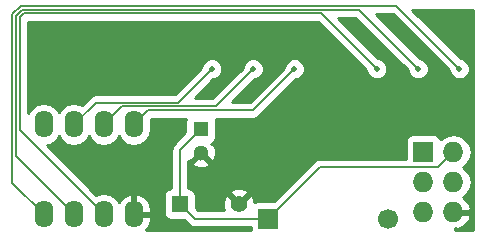
<source format=gbr>
G04 #@! TF.FileFunction,Copper,L2,Bot,Signal*
%FSLAX46Y46*%
G04 Gerber Fmt 4.6, Leading zero omitted, Abs format (unit mm)*
G04 Created by KiCad (PCBNEW 4.0.2-1.fc23-product) date Sat 17 Mar 2018 10:09:07 PM EDT*
%MOMM*%
G01*
G04 APERTURE LIST*
%ADD10C,0.100000*%
%ADD11R,1.400000X1.400000*%
%ADD12C,1.400000*%
%ADD13R,1.300000X1.300000*%
%ADD14C,1.300000*%
%ADD15C,1.699260*%
%ADD16R,1.699260X1.699260*%
%ADD17O,1.600000X2.300000*%
%ADD18R,1.727200X1.727200*%
%ADD19O,1.727200X1.727200*%
%ADD20C,0.508000*%
%ADD21C,0.152400*%
%ADD22C,0.254000*%
G04 APERTURE END LIST*
D10*
D11*
X139509500Y-67119500D03*
D12*
X144509500Y-67119500D03*
D13*
X141287500Y-60769500D03*
D14*
X141287500Y-62769500D03*
D15*
X157163020Y-68386960D03*
D16*
X147003020Y-68386960D03*
D17*
X128016000Y-68008500D03*
X130556000Y-68008500D03*
X133096000Y-68008500D03*
X135636000Y-68008500D03*
X135636000Y-60388500D03*
X133096000Y-60388500D03*
X130556000Y-60388500D03*
X128016000Y-60388500D03*
D18*
X160147000Y-62738000D03*
D19*
X162687000Y-62738000D03*
X160147000Y-65278000D03*
X162687000Y-65278000D03*
X160147000Y-67818000D03*
X162687000Y-67818000D03*
D20*
X152717500Y-55689500D03*
X163195000Y-55689500D03*
X159702500Y-55689500D03*
X156210000Y-55689500D03*
X149225000Y-55689500D03*
X145732500Y-55689500D03*
X142240000Y-55689500D03*
D21*
X139509500Y-67119500D02*
X139509500Y-62547500D01*
X139509500Y-62547500D02*
X141287500Y-60769500D01*
X147003020Y-68386960D02*
X140776960Y-68386960D01*
X140776960Y-68386960D02*
X139509500Y-67119500D01*
X162687000Y-62738000D02*
X161417000Y-64008000D01*
X151381980Y-64008000D02*
X147003020Y-68386960D01*
X161417000Y-64008000D02*
X151381980Y-64008000D01*
X128016000Y-68008500D02*
X125349000Y-65341500D01*
X157861000Y-50355500D02*
X163195000Y-55689500D01*
X126047500Y-50355500D02*
X157861000Y-50355500D01*
X125349000Y-51054000D02*
X126047500Y-50355500D01*
X125349000Y-65341500D02*
X125349000Y-51054000D01*
X130556000Y-68008500D02*
X130556000Y-67957698D01*
X130556000Y-67957698D02*
X125653802Y-63055500D01*
X125653802Y-63055500D02*
X125653802Y-51180254D01*
X125653802Y-51180254D02*
X126161056Y-50673000D01*
X126161056Y-50673000D02*
X154686000Y-50673000D01*
X154686000Y-50673000D02*
X159702500Y-55689500D01*
X133096000Y-68008500D02*
X125984000Y-60896500D01*
X151511000Y-50990500D02*
X156210000Y-55689500D01*
X126301500Y-50990500D02*
X151511000Y-50990500D01*
X125984000Y-51308000D02*
X126301500Y-50990500D01*
X125984000Y-60896500D02*
X125984000Y-51308000D01*
X135636000Y-60388500D02*
X136842500Y-59182000D01*
X145732500Y-59182000D02*
X149225000Y-55689500D01*
X136842500Y-59182000D02*
X145732500Y-59182000D01*
X133096000Y-60388500D02*
X134620000Y-58864500D01*
X142557500Y-58864500D02*
X145732500Y-55689500D01*
X134620000Y-58864500D02*
X142557500Y-58864500D01*
X130556000Y-60388500D02*
X132397500Y-58547000D01*
X139382500Y-58547000D02*
X142240000Y-55689500D01*
X132397500Y-58547000D02*
X139382500Y-58547000D01*
D22*
G36*
X164315000Y-69315000D02*
X162814002Y-69315000D01*
X162814002Y-69152470D01*
X163046027Y-69272968D01*
X163575490Y-69024821D01*
X163969688Y-68592947D01*
X164141958Y-68177026D01*
X164020817Y-67945000D01*
X162814000Y-67945000D01*
X162814000Y-67965000D01*
X162560000Y-67965000D01*
X162560000Y-67945000D01*
X162540000Y-67945000D01*
X162540000Y-67691000D01*
X162560000Y-67691000D01*
X162560000Y-67671000D01*
X162814000Y-67671000D01*
X162814000Y-67691000D01*
X164020817Y-67691000D01*
X164141958Y-67458974D01*
X163969688Y-67043053D01*
X163575490Y-66611179D01*
X163452772Y-66553664D01*
X163776029Y-66337670D01*
X164100885Y-65851489D01*
X164214959Y-65278000D01*
X164100885Y-64704511D01*
X163776029Y-64218330D01*
X163461248Y-64008000D01*
X163776029Y-63797670D01*
X164100885Y-63311489D01*
X164214959Y-62738000D01*
X164100885Y-62164511D01*
X163776029Y-61678330D01*
X163289848Y-61353474D01*
X162716359Y-61239400D01*
X162657641Y-61239400D01*
X162084152Y-61353474D01*
X161618558Y-61664574D01*
X161613762Y-61639083D01*
X161474690Y-61422959D01*
X161262490Y-61277969D01*
X161010600Y-61226960D01*
X159283400Y-61226960D01*
X159048083Y-61271238D01*
X158831959Y-61410310D01*
X158686969Y-61622510D01*
X158635960Y-61874400D01*
X158635960Y-63296800D01*
X151381980Y-63296800D01*
X151109816Y-63350937D01*
X150879086Y-63505105D01*
X147494302Y-66889890D01*
X146153390Y-66889890D01*
X145918073Y-66934168D01*
X145839165Y-66984944D01*
X145828164Y-66782060D01*
X145680542Y-66425669D01*
X145444775Y-66363831D01*
X144689105Y-67119500D01*
X144703248Y-67133642D01*
X144523643Y-67313248D01*
X144509500Y-67299105D01*
X144495358Y-67313248D01*
X144315752Y-67133642D01*
X144329895Y-67119500D01*
X143574225Y-66363831D01*
X143338458Y-66425669D01*
X143162081Y-66926622D01*
X143190836Y-67456940D01*
X143281474Y-67675760D01*
X141071548Y-67675760D01*
X140856940Y-67461152D01*
X140856940Y-66419500D01*
X140812670Y-66184225D01*
X143753831Y-66184225D01*
X144509500Y-66939895D01*
X145265169Y-66184225D01*
X145203331Y-65948458D01*
X144702378Y-65772081D01*
X144172060Y-65800836D01*
X143815669Y-65948458D01*
X143753831Y-66184225D01*
X140812670Y-66184225D01*
X140812662Y-66184183D01*
X140673590Y-65968059D01*
X140461390Y-65823069D01*
X140220700Y-65774328D01*
X140220700Y-63668516D01*
X140568090Y-63668516D01*
X140623771Y-63899111D01*
X141106578Y-64067122D01*
X141616928Y-64037583D01*
X141951229Y-63899111D01*
X142006910Y-63668516D01*
X141287500Y-62949105D01*
X140568090Y-63668516D01*
X140220700Y-63668516D01*
X140220700Y-63448396D01*
X140388484Y-63488910D01*
X141107895Y-62769500D01*
X141093752Y-62755358D01*
X141273358Y-62575752D01*
X141287500Y-62589895D01*
X141301642Y-62575752D01*
X141481248Y-62755358D01*
X141467105Y-62769500D01*
X142186516Y-63488910D01*
X142417111Y-63433229D01*
X142585122Y-62950422D01*
X142555583Y-62440072D01*
X142417111Y-62105771D01*
X142186518Y-62050090D01*
X142288180Y-61948428D01*
X142388941Y-61883590D01*
X142533931Y-61671390D01*
X142584940Y-61419500D01*
X142584940Y-60119500D01*
X142542359Y-59893200D01*
X145732500Y-59893200D01*
X146004665Y-59839063D01*
X146235394Y-59684894D01*
X149341686Y-56578602D01*
X149401057Y-56578654D01*
X149727920Y-56443597D01*
X149978218Y-56193736D01*
X150113846Y-55867109D01*
X150114154Y-55513443D01*
X149979097Y-55186580D01*
X149729236Y-54936282D01*
X149402609Y-54800654D01*
X149048943Y-54800346D01*
X148722080Y-54935403D01*
X148471782Y-55185264D01*
X148336154Y-55511891D01*
X148336101Y-55572611D01*
X145437912Y-58470800D01*
X143956988Y-58470800D01*
X145849186Y-56578602D01*
X145908557Y-56578654D01*
X146235420Y-56443597D01*
X146485718Y-56193736D01*
X146621346Y-55867109D01*
X146621654Y-55513443D01*
X146486597Y-55186580D01*
X146236736Y-54936282D01*
X145910109Y-54800654D01*
X145556443Y-54800346D01*
X145229580Y-54935403D01*
X144979282Y-55185264D01*
X144843654Y-55511891D01*
X144843601Y-55572611D01*
X142262912Y-58153300D01*
X140781988Y-58153300D01*
X142356687Y-56578602D01*
X142416057Y-56578654D01*
X142742920Y-56443597D01*
X142993218Y-56193736D01*
X143128846Y-55867109D01*
X143129154Y-55513443D01*
X142994097Y-55186580D01*
X142744236Y-54936282D01*
X142417609Y-54800654D01*
X142063943Y-54800346D01*
X141737080Y-54935403D01*
X141486782Y-55185264D01*
X141351154Y-55511891D01*
X141351101Y-55572610D01*
X139087912Y-57835800D01*
X132397500Y-57835800D01*
X132170490Y-57880955D01*
X132125335Y-57889937D01*
X131894605Y-58044106D01*
X131198545Y-58740167D01*
X131105151Y-58677763D01*
X130556000Y-58568530D01*
X130006849Y-58677763D01*
X129541302Y-58988832D01*
X129286000Y-59370918D01*
X129030698Y-58988832D01*
X128565151Y-58677763D01*
X128016000Y-58568530D01*
X127466849Y-58677763D01*
X127001302Y-58988832D01*
X126695200Y-59446945D01*
X126695200Y-51701700D01*
X151216412Y-51701700D01*
X155320898Y-55806187D01*
X155320846Y-55865557D01*
X155455903Y-56192420D01*
X155705764Y-56442718D01*
X156032391Y-56578346D01*
X156386057Y-56578654D01*
X156712920Y-56443597D01*
X156963218Y-56193736D01*
X157098846Y-55867109D01*
X157099154Y-55513443D01*
X156964097Y-55186580D01*
X156714236Y-54936282D01*
X156387609Y-54800654D01*
X156326890Y-54800601D01*
X152910488Y-51384200D01*
X154391412Y-51384200D01*
X158813398Y-55806187D01*
X158813346Y-55865557D01*
X158948403Y-56192420D01*
X159198264Y-56442718D01*
X159524891Y-56578346D01*
X159878557Y-56578654D01*
X160205420Y-56443597D01*
X160455718Y-56193736D01*
X160591346Y-55867109D01*
X160591654Y-55513443D01*
X160456597Y-55186580D01*
X160206736Y-54936282D01*
X159880109Y-54800654D01*
X159819390Y-54800601D01*
X156085488Y-51066700D01*
X157566412Y-51066700D01*
X162305898Y-55806186D01*
X162305846Y-55865557D01*
X162440903Y-56192420D01*
X162690764Y-56442718D01*
X163017391Y-56578346D01*
X163371057Y-56578654D01*
X163697920Y-56443597D01*
X163948218Y-56193736D01*
X164083846Y-55867109D01*
X164084154Y-55513443D01*
X163949097Y-55186580D01*
X163699236Y-54936282D01*
X163372609Y-54800654D01*
X163311889Y-54800601D01*
X159196288Y-50685000D01*
X164315000Y-50685000D01*
X164315000Y-69315000D01*
X164315000Y-69315000D01*
G37*
X164315000Y-69315000D02*
X162814002Y-69315000D01*
X162814002Y-69152470D01*
X163046027Y-69272968D01*
X163575490Y-69024821D01*
X163969688Y-68592947D01*
X164141958Y-68177026D01*
X164020817Y-67945000D01*
X162814000Y-67945000D01*
X162814000Y-67965000D01*
X162560000Y-67965000D01*
X162560000Y-67945000D01*
X162540000Y-67945000D01*
X162540000Y-67691000D01*
X162560000Y-67691000D01*
X162560000Y-67671000D01*
X162814000Y-67671000D01*
X162814000Y-67691000D01*
X164020817Y-67691000D01*
X164141958Y-67458974D01*
X163969688Y-67043053D01*
X163575490Y-66611179D01*
X163452772Y-66553664D01*
X163776029Y-66337670D01*
X164100885Y-65851489D01*
X164214959Y-65278000D01*
X164100885Y-64704511D01*
X163776029Y-64218330D01*
X163461248Y-64008000D01*
X163776029Y-63797670D01*
X164100885Y-63311489D01*
X164214959Y-62738000D01*
X164100885Y-62164511D01*
X163776029Y-61678330D01*
X163289848Y-61353474D01*
X162716359Y-61239400D01*
X162657641Y-61239400D01*
X162084152Y-61353474D01*
X161618558Y-61664574D01*
X161613762Y-61639083D01*
X161474690Y-61422959D01*
X161262490Y-61277969D01*
X161010600Y-61226960D01*
X159283400Y-61226960D01*
X159048083Y-61271238D01*
X158831959Y-61410310D01*
X158686969Y-61622510D01*
X158635960Y-61874400D01*
X158635960Y-63296800D01*
X151381980Y-63296800D01*
X151109816Y-63350937D01*
X150879086Y-63505105D01*
X147494302Y-66889890D01*
X146153390Y-66889890D01*
X145918073Y-66934168D01*
X145839165Y-66984944D01*
X145828164Y-66782060D01*
X145680542Y-66425669D01*
X145444775Y-66363831D01*
X144689105Y-67119500D01*
X144703248Y-67133642D01*
X144523643Y-67313248D01*
X144509500Y-67299105D01*
X144495358Y-67313248D01*
X144315752Y-67133642D01*
X144329895Y-67119500D01*
X143574225Y-66363831D01*
X143338458Y-66425669D01*
X143162081Y-66926622D01*
X143190836Y-67456940D01*
X143281474Y-67675760D01*
X141071548Y-67675760D01*
X140856940Y-67461152D01*
X140856940Y-66419500D01*
X140812670Y-66184225D01*
X143753831Y-66184225D01*
X144509500Y-66939895D01*
X145265169Y-66184225D01*
X145203331Y-65948458D01*
X144702378Y-65772081D01*
X144172060Y-65800836D01*
X143815669Y-65948458D01*
X143753831Y-66184225D01*
X140812670Y-66184225D01*
X140812662Y-66184183D01*
X140673590Y-65968059D01*
X140461390Y-65823069D01*
X140220700Y-65774328D01*
X140220700Y-63668516D01*
X140568090Y-63668516D01*
X140623771Y-63899111D01*
X141106578Y-64067122D01*
X141616928Y-64037583D01*
X141951229Y-63899111D01*
X142006910Y-63668516D01*
X141287500Y-62949105D01*
X140568090Y-63668516D01*
X140220700Y-63668516D01*
X140220700Y-63448396D01*
X140388484Y-63488910D01*
X141107895Y-62769500D01*
X141093752Y-62755358D01*
X141273358Y-62575752D01*
X141287500Y-62589895D01*
X141301642Y-62575752D01*
X141481248Y-62755358D01*
X141467105Y-62769500D01*
X142186516Y-63488910D01*
X142417111Y-63433229D01*
X142585122Y-62950422D01*
X142555583Y-62440072D01*
X142417111Y-62105771D01*
X142186518Y-62050090D01*
X142288180Y-61948428D01*
X142388941Y-61883590D01*
X142533931Y-61671390D01*
X142584940Y-61419500D01*
X142584940Y-60119500D01*
X142542359Y-59893200D01*
X145732500Y-59893200D01*
X146004665Y-59839063D01*
X146235394Y-59684894D01*
X149341686Y-56578602D01*
X149401057Y-56578654D01*
X149727920Y-56443597D01*
X149978218Y-56193736D01*
X150113846Y-55867109D01*
X150114154Y-55513443D01*
X149979097Y-55186580D01*
X149729236Y-54936282D01*
X149402609Y-54800654D01*
X149048943Y-54800346D01*
X148722080Y-54935403D01*
X148471782Y-55185264D01*
X148336154Y-55511891D01*
X148336101Y-55572611D01*
X145437912Y-58470800D01*
X143956988Y-58470800D01*
X145849186Y-56578602D01*
X145908557Y-56578654D01*
X146235420Y-56443597D01*
X146485718Y-56193736D01*
X146621346Y-55867109D01*
X146621654Y-55513443D01*
X146486597Y-55186580D01*
X146236736Y-54936282D01*
X145910109Y-54800654D01*
X145556443Y-54800346D01*
X145229580Y-54935403D01*
X144979282Y-55185264D01*
X144843654Y-55511891D01*
X144843601Y-55572611D01*
X142262912Y-58153300D01*
X140781988Y-58153300D01*
X142356687Y-56578602D01*
X142416057Y-56578654D01*
X142742920Y-56443597D01*
X142993218Y-56193736D01*
X143128846Y-55867109D01*
X143129154Y-55513443D01*
X142994097Y-55186580D01*
X142744236Y-54936282D01*
X142417609Y-54800654D01*
X142063943Y-54800346D01*
X141737080Y-54935403D01*
X141486782Y-55185264D01*
X141351154Y-55511891D01*
X141351101Y-55572610D01*
X139087912Y-57835800D01*
X132397500Y-57835800D01*
X132170490Y-57880955D01*
X132125335Y-57889937D01*
X131894605Y-58044106D01*
X131198545Y-58740167D01*
X131105151Y-58677763D01*
X130556000Y-58568530D01*
X130006849Y-58677763D01*
X129541302Y-58988832D01*
X129286000Y-59370918D01*
X129030698Y-58988832D01*
X128565151Y-58677763D01*
X128016000Y-58568530D01*
X127466849Y-58677763D01*
X127001302Y-58988832D01*
X126695200Y-59446945D01*
X126695200Y-51701700D01*
X151216412Y-51701700D01*
X155320898Y-55806187D01*
X155320846Y-55865557D01*
X155455903Y-56192420D01*
X155705764Y-56442718D01*
X156032391Y-56578346D01*
X156386057Y-56578654D01*
X156712920Y-56443597D01*
X156963218Y-56193736D01*
X157098846Y-55867109D01*
X157099154Y-55513443D01*
X156964097Y-55186580D01*
X156714236Y-54936282D01*
X156387609Y-54800654D01*
X156326890Y-54800601D01*
X152910488Y-51384200D01*
X154391412Y-51384200D01*
X158813398Y-55806187D01*
X158813346Y-55865557D01*
X158948403Y-56192420D01*
X159198264Y-56442718D01*
X159524891Y-56578346D01*
X159878557Y-56578654D01*
X160205420Y-56443597D01*
X160455718Y-56193736D01*
X160591346Y-55867109D01*
X160591654Y-55513443D01*
X160456597Y-55186580D01*
X160206736Y-54936282D01*
X159880109Y-54800654D01*
X159819390Y-54800601D01*
X156085488Y-51066700D01*
X157566412Y-51066700D01*
X162305898Y-55806186D01*
X162305846Y-55865557D01*
X162440903Y-56192420D01*
X162690764Y-56442718D01*
X163017391Y-56578346D01*
X163371057Y-56578654D01*
X163697920Y-56443597D01*
X163948218Y-56193736D01*
X164083846Y-55867109D01*
X164084154Y-55513443D01*
X163949097Y-55186580D01*
X163699236Y-54936282D01*
X163372609Y-54800654D01*
X163311889Y-54800601D01*
X159196288Y-50685000D01*
X164315000Y-50685000D01*
X164315000Y-69315000D01*
G36*
X139990060Y-60119500D02*
X139990060Y-61061151D01*
X139006606Y-62044606D01*
X138852437Y-62275335D01*
X138819669Y-62440072D01*
X138798300Y-62547500D01*
X138798300Y-65774167D01*
X138574183Y-65816338D01*
X138358059Y-65955410D01*
X138213069Y-66167610D01*
X138162060Y-66419500D01*
X138162060Y-67819500D01*
X138206338Y-68054817D01*
X138345410Y-68270941D01*
X138557610Y-68415931D01*
X138809500Y-68466940D01*
X139851152Y-68466940D01*
X140274066Y-68889854D01*
X140504795Y-69044023D01*
X140549950Y-69053005D01*
X140776960Y-69098160D01*
X145505950Y-69098160D01*
X145505950Y-69236590D01*
X145520704Y-69315000D01*
X136679923Y-69315000D01*
X136913166Y-69024983D01*
X137071000Y-68485500D01*
X137071000Y-68135500D01*
X135763000Y-68135500D01*
X135763000Y-68155500D01*
X135509000Y-68155500D01*
X135509000Y-68135500D01*
X135489000Y-68135500D01*
X135489000Y-67881500D01*
X135509000Y-67881500D01*
X135509000Y-66388585D01*
X135763000Y-66388585D01*
X135763000Y-67881500D01*
X137071000Y-67881500D01*
X137071000Y-67531500D01*
X136913166Y-66992017D01*
X136560896Y-66554000D01*
X136067819Y-66284133D01*
X135985039Y-66266596D01*
X135763000Y-66388585D01*
X135509000Y-66388585D01*
X135286961Y-66266596D01*
X135204181Y-66284133D01*
X134711104Y-66554000D01*
X134363149Y-66986651D01*
X134110698Y-66608832D01*
X133645151Y-66297763D01*
X133096000Y-66188530D01*
X132546849Y-66297763D01*
X132453455Y-66360167D01*
X128254348Y-62161060D01*
X128565151Y-62099237D01*
X129030698Y-61788168D01*
X129286000Y-61406082D01*
X129541302Y-61788168D01*
X130006849Y-62099237D01*
X130556000Y-62208470D01*
X131105151Y-62099237D01*
X131570698Y-61788168D01*
X131826000Y-61406082D01*
X132081302Y-61788168D01*
X132546849Y-62099237D01*
X133096000Y-62208470D01*
X133645151Y-62099237D01*
X134110698Y-61788168D01*
X134366000Y-61406082D01*
X134621302Y-61788168D01*
X135086849Y-62099237D01*
X135636000Y-62208470D01*
X136185151Y-62099237D01*
X136650698Y-61788168D01*
X136961767Y-61322621D01*
X137071000Y-60773470D01*
X137071000Y-60003530D01*
X137063660Y-59966629D01*
X137137089Y-59893200D01*
X140035887Y-59893200D01*
X139990060Y-60119500D01*
X139990060Y-60119500D01*
G37*
X139990060Y-60119500D02*
X139990060Y-61061151D01*
X139006606Y-62044606D01*
X138852437Y-62275335D01*
X138819669Y-62440072D01*
X138798300Y-62547500D01*
X138798300Y-65774167D01*
X138574183Y-65816338D01*
X138358059Y-65955410D01*
X138213069Y-66167610D01*
X138162060Y-66419500D01*
X138162060Y-67819500D01*
X138206338Y-68054817D01*
X138345410Y-68270941D01*
X138557610Y-68415931D01*
X138809500Y-68466940D01*
X139851152Y-68466940D01*
X140274066Y-68889854D01*
X140504795Y-69044023D01*
X140549950Y-69053005D01*
X140776960Y-69098160D01*
X145505950Y-69098160D01*
X145505950Y-69236590D01*
X145520704Y-69315000D01*
X136679923Y-69315000D01*
X136913166Y-69024983D01*
X137071000Y-68485500D01*
X137071000Y-68135500D01*
X135763000Y-68135500D01*
X135763000Y-68155500D01*
X135509000Y-68155500D01*
X135509000Y-68135500D01*
X135489000Y-68135500D01*
X135489000Y-67881500D01*
X135509000Y-67881500D01*
X135509000Y-66388585D01*
X135763000Y-66388585D01*
X135763000Y-67881500D01*
X137071000Y-67881500D01*
X137071000Y-67531500D01*
X136913166Y-66992017D01*
X136560896Y-66554000D01*
X136067819Y-66284133D01*
X135985039Y-66266596D01*
X135763000Y-66388585D01*
X135509000Y-66388585D01*
X135286961Y-66266596D01*
X135204181Y-66284133D01*
X134711104Y-66554000D01*
X134363149Y-66986651D01*
X134110698Y-66608832D01*
X133645151Y-66297763D01*
X133096000Y-66188530D01*
X132546849Y-66297763D01*
X132453455Y-66360167D01*
X128254348Y-62161060D01*
X128565151Y-62099237D01*
X129030698Y-61788168D01*
X129286000Y-61406082D01*
X129541302Y-61788168D01*
X130006849Y-62099237D01*
X130556000Y-62208470D01*
X131105151Y-62099237D01*
X131570698Y-61788168D01*
X131826000Y-61406082D01*
X132081302Y-61788168D01*
X132546849Y-62099237D01*
X133096000Y-62208470D01*
X133645151Y-62099237D01*
X134110698Y-61788168D01*
X134366000Y-61406082D01*
X134621302Y-61788168D01*
X135086849Y-62099237D01*
X135636000Y-62208470D01*
X136185151Y-62099237D01*
X136650698Y-61788168D01*
X136961767Y-61322621D01*
X137071000Y-60773470D01*
X137071000Y-60003530D01*
X137063660Y-59966629D01*
X137137089Y-59893200D01*
X140035887Y-59893200D01*
X139990060Y-60119500D01*
M02*

</source>
